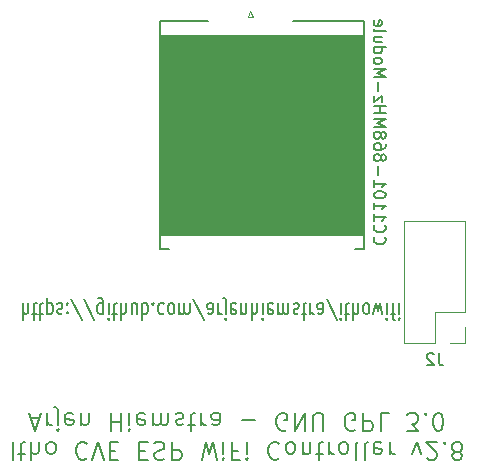
<source format=gbo>
G04 #@! TF.GenerationSoftware,KiCad,Pcbnew,(5.1.9-0-10_14)*
G04 #@! TF.CreationDate,2021-08-21T21:39:00+02:00*
G04 #@! TF.ProjectId,ithowifi_4l,6974686f-7769-4666-995f-346c2e6b6963,rev?*
G04 #@! TF.SameCoordinates,Original*
G04 #@! TF.FileFunction,Legend,Bot*
G04 #@! TF.FilePolarity,Positive*
%FSLAX46Y46*%
G04 Gerber Fmt 4.6, Leading zero omitted, Abs format (unit mm)*
G04 Created by KiCad (PCBNEW (5.1.9-0-10_14)) date 2021-08-21 21:39:00*
%MOMM*%
%LPD*%
G01*
G04 APERTURE LIST*
%ADD10C,0.100000*%
%ADD11C,0.200000*%
%ADD12C,0.150000*%
%ADD13C,0.120000*%
G04 APERTURE END LIST*
D10*
G36*
X114808000Y-129997200D02*
G01*
X97561400Y-129997200D01*
X97536000Y-113030000D01*
X114808000Y-113030000D01*
X114808000Y-129997200D01*
G37*
X114808000Y-129997200D02*
X97561400Y-129997200D01*
X97536000Y-113030000D01*
X114808000Y-113030000D01*
X114808000Y-129997200D01*
D11*
X85925428Y-135764666D02*
X85925428Y-137164666D01*
X86354000Y-135764666D02*
X86354000Y-136498000D01*
X86306380Y-136631333D01*
X86211142Y-136698000D01*
X86068285Y-136698000D01*
X85973047Y-136631333D01*
X85925428Y-136564666D01*
X86687333Y-136698000D02*
X87068285Y-136698000D01*
X86830190Y-137164666D02*
X86830190Y-135964666D01*
X86877809Y-135831333D01*
X86973047Y-135764666D01*
X87068285Y-135764666D01*
X87258761Y-136698000D02*
X87639714Y-136698000D01*
X87401619Y-137164666D02*
X87401619Y-135964666D01*
X87449238Y-135831333D01*
X87544476Y-135764666D01*
X87639714Y-135764666D01*
X87973047Y-136698000D02*
X87973047Y-135298000D01*
X87973047Y-136631333D02*
X88068285Y-136698000D01*
X88258761Y-136698000D01*
X88354000Y-136631333D01*
X88401619Y-136564666D01*
X88449238Y-136431333D01*
X88449238Y-136031333D01*
X88401619Y-135898000D01*
X88354000Y-135831333D01*
X88258761Y-135764666D01*
X88068285Y-135764666D01*
X87973047Y-135831333D01*
X88830190Y-135831333D02*
X88925428Y-135764666D01*
X89115904Y-135764666D01*
X89211142Y-135831333D01*
X89258761Y-135964666D01*
X89258761Y-136031333D01*
X89211142Y-136164666D01*
X89115904Y-136231333D01*
X88973047Y-136231333D01*
X88877809Y-136298000D01*
X88830190Y-136431333D01*
X88830190Y-136498000D01*
X88877809Y-136631333D01*
X88973047Y-136698000D01*
X89115904Y-136698000D01*
X89211142Y-136631333D01*
X89687333Y-135898000D02*
X89734952Y-135831333D01*
X89687333Y-135764666D01*
X89639714Y-135831333D01*
X89687333Y-135898000D01*
X89687333Y-135764666D01*
X89687333Y-136631333D02*
X89734952Y-136564666D01*
X89687333Y-136498000D01*
X89639714Y-136564666D01*
X89687333Y-136631333D01*
X89687333Y-136498000D01*
X90877809Y-137231333D02*
X90020666Y-135431333D01*
X91925428Y-137231333D02*
X91068285Y-135431333D01*
X92687333Y-136698000D02*
X92687333Y-135564666D01*
X92639714Y-135431333D01*
X92592095Y-135364666D01*
X92496857Y-135298000D01*
X92354000Y-135298000D01*
X92258761Y-135364666D01*
X92687333Y-135831333D02*
X92592095Y-135764666D01*
X92401619Y-135764666D01*
X92306380Y-135831333D01*
X92258761Y-135898000D01*
X92211142Y-136031333D01*
X92211142Y-136431333D01*
X92258761Y-136564666D01*
X92306380Y-136631333D01*
X92401619Y-136698000D01*
X92592095Y-136698000D01*
X92687333Y-136631333D01*
X93163523Y-135764666D02*
X93163523Y-136698000D01*
X93163523Y-137164666D02*
X93115904Y-137098000D01*
X93163523Y-137031333D01*
X93211142Y-137098000D01*
X93163523Y-137164666D01*
X93163523Y-137031333D01*
X93496857Y-136698000D02*
X93877809Y-136698000D01*
X93639714Y-137164666D02*
X93639714Y-135964666D01*
X93687333Y-135831333D01*
X93782571Y-135764666D01*
X93877809Y-135764666D01*
X94211142Y-135764666D02*
X94211142Y-137164666D01*
X94639714Y-135764666D02*
X94639714Y-136498000D01*
X94592095Y-136631333D01*
X94496857Y-136698000D01*
X94354000Y-136698000D01*
X94258761Y-136631333D01*
X94211142Y-136564666D01*
X95544476Y-136698000D02*
X95544476Y-135764666D01*
X95115904Y-136698000D02*
X95115904Y-135964666D01*
X95163523Y-135831333D01*
X95258761Y-135764666D01*
X95401619Y-135764666D01*
X95496857Y-135831333D01*
X95544476Y-135898000D01*
X96020666Y-135764666D02*
X96020666Y-137164666D01*
X96020666Y-136631333D02*
X96115904Y-136698000D01*
X96306380Y-136698000D01*
X96401619Y-136631333D01*
X96449238Y-136564666D01*
X96496857Y-136431333D01*
X96496857Y-136031333D01*
X96449238Y-135898000D01*
X96401619Y-135831333D01*
X96306380Y-135764666D01*
X96115904Y-135764666D01*
X96020666Y-135831333D01*
X96925428Y-135898000D02*
X96973047Y-135831333D01*
X96925428Y-135764666D01*
X96877809Y-135831333D01*
X96925428Y-135898000D01*
X96925428Y-135764666D01*
X97830190Y-135831333D02*
X97734952Y-135764666D01*
X97544476Y-135764666D01*
X97449238Y-135831333D01*
X97401619Y-135898000D01*
X97354000Y-136031333D01*
X97354000Y-136431333D01*
X97401619Y-136564666D01*
X97449238Y-136631333D01*
X97544476Y-136698000D01*
X97734952Y-136698000D01*
X97830190Y-136631333D01*
X98401619Y-135764666D02*
X98306380Y-135831333D01*
X98258761Y-135898000D01*
X98211142Y-136031333D01*
X98211142Y-136431333D01*
X98258761Y-136564666D01*
X98306380Y-136631333D01*
X98401619Y-136698000D01*
X98544476Y-136698000D01*
X98639714Y-136631333D01*
X98687333Y-136564666D01*
X98734952Y-136431333D01*
X98734952Y-136031333D01*
X98687333Y-135898000D01*
X98639714Y-135831333D01*
X98544476Y-135764666D01*
X98401619Y-135764666D01*
X99163523Y-135764666D02*
X99163523Y-136698000D01*
X99163523Y-136564666D02*
X99211142Y-136631333D01*
X99306380Y-136698000D01*
X99449238Y-136698000D01*
X99544476Y-136631333D01*
X99592095Y-136498000D01*
X99592095Y-135764666D01*
X99592095Y-136498000D02*
X99639714Y-136631333D01*
X99734952Y-136698000D01*
X99877809Y-136698000D01*
X99973047Y-136631333D01*
X100020666Y-136498000D01*
X100020666Y-135764666D01*
X101211142Y-137231333D02*
X100354000Y-135431333D01*
X101973047Y-135764666D02*
X101973047Y-136498000D01*
X101925428Y-136631333D01*
X101830190Y-136698000D01*
X101639714Y-136698000D01*
X101544476Y-136631333D01*
X101973047Y-135831333D02*
X101877809Y-135764666D01*
X101639714Y-135764666D01*
X101544476Y-135831333D01*
X101496857Y-135964666D01*
X101496857Y-136098000D01*
X101544476Y-136231333D01*
X101639714Y-136298000D01*
X101877809Y-136298000D01*
X101973047Y-136364666D01*
X102449238Y-135764666D02*
X102449238Y-136698000D01*
X102449238Y-136431333D02*
X102496857Y-136564666D01*
X102544476Y-136631333D01*
X102639714Y-136698000D01*
X102734952Y-136698000D01*
X103068285Y-136698000D02*
X103068285Y-135498000D01*
X103020666Y-135364666D01*
X102925428Y-135298000D01*
X102877809Y-135298000D01*
X103068285Y-137164666D02*
X103020666Y-137098000D01*
X103068285Y-137031333D01*
X103115904Y-137098000D01*
X103068285Y-137164666D01*
X103068285Y-137031333D01*
X103925428Y-135831333D02*
X103830190Y-135764666D01*
X103639714Y-135764666D01*
X103544476Y-135831333D01*
X103496857Y-135964666D01*
X103496857Y-136498000D01*
X103544476Y-136631333D01*
X103639714Y-136698000D01*
X103830190Y-136698000D01*
X103925428Y-136631333D01*
X103973047Y-136498000D01*
X103973047Y-136364666D01*
X103496857Y-136231333D01*
X104401619Y-136698000D02*
X104401619Y-135764666D01*
X104401619Y-136564666D02*
X104449238Y-136631333D01*
X104544476Y-136698000D01*
X104687333Y-136698000D01*
X104782571Y-136631333D01*
X104830190Y-136498000D01*
X104830190Y-135764666D01*
X105306380Y-135764666D02*
X105306380Y-137164666D01*
X105734952Y-135764666D02*
X105734952Y-136498000D01*
X105687333Y-136631333D01*
X105592095Y-136698000D01*
X105449238Y-136698000D01*
X105354000Y-136631333D01*
X105306380Y-136564666D01*
X106211142Y-135764666D02*
X106211142Y-136698000D01*
X106211142Y-137164666D02*
X106163523Y-137098000D01*
X106211142Y-137031333D01*
X106258761Y-137098000D01*
X106211142Y-137164666D01*
X106211142Y-137031333D01*
X107068285Y-135831333D02*
X106973047Y-135764666D01*
X106782571Y-135764666D01*
X106687333Y-135831333D01*
X106639714Y-135964666D01*
X106639714Y-136498000D01*
X106687333Y-136631333D01*
X106782571Y-136698000D01*
X106973047Y-136698000D01*
X107068285Y-136631333D01*
X107115904Y-136498000D01*
X107115904Y-136364666D01*
X106639714Y-136231333D01*
X107544476Y-135764666D02*
X107544476Y-136698000D01*
X107544476Y-136564666D02*
X107592095Y-136631333D01*
X107687333Y-136698000D01*
X107830190Y-136698000D01*
X107925428Y-136631333D01*
X107973047Y-136498000D01*
X107973047Y-135764666D01*
X107973047Y-136498000D02*
X108020666Y-136631333D01*
X108115904Y-136698000D01*
X108258761Y-136698000D01*
X108353999Y-136631333D01*
X108401619Y-136498000D01*
X108401619Y-135764666D01*
X108830190Y-135831333D02*
X108925428Y-135764666D01*
X109115904Y-135764666D01*
X109211142Y-135831333D01*
X109258761Y-135964666D01*
X109258761Y-136031333D01*
X109211142Y-136164666D01*
X109115904Y-136231333D01*
X108973047Y-136231333D01*
X108877809Y-136298000D01*
X108830190Y-136431333D01*
X108830190Y-136498000D01*
X108877809Y-136631333D01*
X108973047Y-136698000D01*
X109115904Y-136698000D01*
X109211142Y-136631333D01*
X109544476Y-136698000D02*
X109925428Y-136698000D01*
X109687333Y-137164666D02*
X109687333Y-135964666D01*
X109734952Y-135831333D01*
X109830190Y-135764666D01*
X109925428Y-135764666D01*
X110258761Y-135764666D02*
X110258761Y-136698000D01*
X110258761Y-136431333D02*
X110306380Y-136564666D01*
X110353999Y-136631333D01*
X110449238Y-136698000D01*
X110544476Y-136698000D01*
X111306380Y-135764666D02*
X111306380Y-136498000D01*
X111258761Y-136631333D01*
X111163523Y-136698000D01*
X110973047Y-136698000D01*
X110877809Y-136631333D01*
X111306380Y-135831333D02*
X111211142Y-135764666D01*
X110973047Y-135764666D01*
X110877809Y-135831333D01*
X110830190Y-135964666D01*
X110830190Y-136098000D01*
X110877809Y-136231333D01*
X110973047Y-136298000D01*
X111211142Y-136298000D01*
X111306380Y-136364666D01*
X112496857Y-137231333D02*
X111639714Y-135431333D01*
X112830190Y-135764666D02*
X112830190Y-136698000D01*
X112830190Y-137164666D02*
X112782571Y-137098000D01*
X112830190Y-137031333D01*
X112877809Y-137098000D01*
X112830190Y-137164666D01*
X112830190Y-137031333D01*
X113163523Y-136698000D02*
X113544476Y-136698000D01*
X113306380Y-137164666D02*
X113306380Y-135964666D01*
X113353999Y-135831333D01*
X113449238Y-135764666D01*
X113544476Y-135764666D01*
X113877809Y-135764666D02*
X113877809Y-137164666D01*
X114306380Y-135764666D02*
X114306380Y-136498000D01*
X114258761Y-136631333D01*
X114163523Y-136698000D01*
X114020666Y-136698000D01*
X113925428Y-136631333D01*
X113877809Y-136564666D01*
X114925428Y-135764666D02*
X114830190Y-135831333D01*
X114782571Y-135898000D01*
X114734952Y-136031333D01*
X114734952Y-136431333D01*
X114782571Y-136564666D01*
X114830190Y-136631333D01*
X114925428Y-136698000D01*
X115068285Y-136698000D01*
X115163523Y-136631333D01*
X115211142Y-136564666D01*
X115258761Y-136431333D01*
X115258761Y-136031333D01*
X115211142Y-135898000D01*
X115163523Y-135831333D01*
X115068285Y-135764666D01*
X114925428Y-135764666D01*
X115592095Y-136698000D02*
X115782571Y-135764666D01*
X115973047Y-136431333D01*
X116163523Y-135764666D01*
X116353999Y-136698000D01*
X116734952Y-135764666D02*
X116734952Y-136698000D01*
X116734952Y-137164666D02*
X116687333Y-137098000D01*
X116734952Y-137031333D01*
X116782571Y-137098000D01*
X116734952Y-137164666D01*
X116734952Y-137031333D01*
X117068285Y-136698000D02*
X117449238Y-136698000D01*
X117211142Y-135764666D02*
X117211142Y-136964666D01*
X117258761Y-137098000D01*
X117353999Y-137164666D01*
X117449238Y-137164666D01*
X117782571Y-135764666D02*
X117782571Y-136698000D01*
X117782571Y-137164666D02*
X117734952Y-137098000D01*
X117782571Y-137031333D01*
X117830190Y-137098000D01*
X117782571Y-137164666D01*
X117782571Y-137031333D01*
X85038400Y-147510828D02*
X85038400Y-149010828D01*
X85538400Y-148510828D02*
X86109828Y-148510828D01*
X85752685Y-149010828D02*
X85752685Y-147725114D01*
X85824114Y-147582257D01*
X85966971Y-147510828D01*
X86109828Y-147510828D01*
X86609828Y-147510828D02*
X86609828Y-149010828D01*
X87252685Y-147510828D02*
X87252685Y-148296542D01*
X87181257Y-148439400D01*
X87038400Y-148510828D01*
X86824114Y-148510828D01*
X86681257Y-148439400D01*
X86609828Y-148367971D01*
X88181257Y-147510828D02*
X88038400Y-147582257D01*
X87966971Y-147653685D01*
X87895542Y-147796542D01*
X87895542Y-148225114D01*
X87966971Y-148367971D01*
X88038400Y-148439400D01*
X88181257Y-148510828D01*
X88395542Y-148510828D01*
X88538400Y-148439400D01*
X88609828Y-148367971D01*
X88681257Y-148225114D01*
X88681257Y-147796542D01*
X88609828Y-147653685D01*
X88538400Y-147582257D01*
X88395542Y-147510828D01*
X88181257Y-147510828D01*
X91324114Y-147653685D02*
X91252685Y-147582257D01*
X91038400Y-147510828D01*
X90895542Y-147510828D01*
X90681257Y-147582257D01*
X90538400Y-147725114D01*
X90466971Y-147867971D01*
X90395542Y-148153685D01*
X90395542Y-148367971D01*
X90466971Y-148653685D01*
X90538400Y-148796542D01*
X90681257Y-148939400D01*
X90895542Y-149010828D01*
X91038400Y-149010828D01*
X91252685Y-148939400D01*
X91324114Y-148867971D01*
X91752685Y-149010828D02*
X92252685Y-147510828D01*
X92752685Y-149010828D01*
X93252685Y-148296542D02*
X93752685Y-148296542D01*
X93966971Y-147510828D02*
X93252685Y-147510828D01*
X93252685Y-149010828D01*
X93966971Y-149010828D01*
X95752685Y-148296542D02*
X96252685Y-148296542D01*
X96466971Y-147510828D02*
X95752685Y-147510828D01*
X95752685Y-149010828D01*
X96466971Y-149010828D01*
X97038400Y-147582257D02*
X97252685Y-147510828D01*
X97609828Y-147510828D01*
X97752685Y-147582257D01*
X97824114Y-147653685D01*
X97895542Y-147796542D01*
X97895542Y-147939400D01*
X97824114Y-148082257D01*
X97752685Y-148153685D01*
X97609828Y-148225114D01*
X97324114Y-148296542D01*
X97181257Y-148367971D01*
X97109828Y-148439400D01*
X97038400Y-148582257D01*
X97038400Y-148725114D01*
X97109828Y-148867971D01*
X97181257Y-148939400D01*
X97324114Y-149010828D01*
X97681257Y-149010828D01*
X97895542Y-148939400D01*
X98538400Y-147510828D02*
X98538400Y-149010828D01*
X99109828Y-149010828D01*
X99252685Y-148939400D01*
X99324114Y-148867971D01*
X99395542Y-148725114D01*
X99395542Y-148510828D01*
X99324114Y-148367971D01*
X99252685Y-148296542D01*
X99109828Y-148225114D01*
X98538400Y-148225114D01*
X101038400Y-149010828D02*
X101395542Y-147510828D01*
X101681257Y-148582257D01*
X101966971Y-147510828D01*
X102324114Y-149010828D01*
X102895542Y-147510828D02*
X102895542Y-148510828D01*
X102895542Y-149010828D02*
X102824114Y-148939400D01*
X102895542Y-148867971D01*
X102966971Y-148939400D01*
X102895542Y-149010828D01*
X102895542Y-148867971D01*
X104109828Y-148296542D02*
X103609828Y-148296542D01*
X103609828Y-147510828D02*
X103609828Y-149010828D01*
X104324114Y-149010828D01*
X104895542Y-147510828D02*
X104895542Y-148510828D01*
X104895542Y-149010828D02*
X104824114Y-148939400D01*
X104895542Y-148867971D01*
X104966971Y-148939400D01*
X104895542Y-149010828D01*
X104895542Y-148867971D01*
X107609828Y-147653685D02*
X107538400Y-147582257D01*
X107324114Y-147510828D01*
X107181257Y-147510828D01*
X106966971Y-147582257D01*
X106824114Y-147725114D01*
X106752685Y-147867971D01*
X106681257Y-148153685D01*
X106681257Y-148367971D01*
X106752685Y-148653685D01*
X106824114Y-148796542D01*
X106966971Y-148939400D01*
X107181257Y-149010828D01*
X107324114Y-149010828D01*
X107538400Y-148939400D01*
X107609828Y-148867971D01*
X108466971Y-147510828D02*
X108324114Y-147582257D01*
X108252685Y-147653685D01*
X108181257Y-147796542D01*
X108181257Y-148225114D01*
X108252685Y-148367971D01*
X108324114Y-148439400D01*
X108466971Y-148510828D01*
X108681257Y-148510828D01*
X108824114Y-148439400D01*
X108895542Y-148367971D01*
X108966971Y-148225114D01*
X108966971Y-147796542D01*
X108895542Y-147653685D01*
X108824114Y-147582257D01*
X108681257Y-147510828D01*
X108466971Y-147510828D01*
X109609828Y-148510828D02*
X109609828Y-147510828D01*
X109609828Y-148367971D02*
X109681257Y-148439400D01*
X109824114Y-148510828D01*
X110038400Y-148510828D01*
X110181257Y-148439400D01*
X110252685Y-148296542D01*
X110252685Y-147510828D01*
X110752685Y-148510828D02*
X111324114Y-148510828D01*
X110966971Y-149010828D02*
X110966971Y-147725114D01*
X111038400Y-147582257D01*
X111181257Y-147510828D01*
X111324114Y-147510828D01*
X111824114Y-147510828D02*
X111824114Y-148510828D01*
X111824114Y-148225114D02*
X111895542Y-148367971D01*
X111966971Y-148439400D01*
X112109828Y-148510828D01*
X112252685Y-148510828D01*
X112966971Y-147510828D02*
X112824114Y-147582257D01*
X112752685Y-147653685D01*
X112681257Y-147796542D01*
X112681257Y-148225114D01*
X112752685Y-148367971D01*
X112824114Y-148439400D01*
X112966971Y-148510828D01*
X113181257Y-148510828D01*
X113324114Y-148439400D01*
X113395542Y-148367971D01*
X113466971Y-148225114D01*
X113466971Y-147796542D01*
X113395542Y-147653685D01*
X113324114Y-147582257D01*
X113181257Y-147510828D01*
X112966971Y-147510828D01*
X114324114Y-147510828D02*
X114181257Y-147582257D01*
X114109828Y-147725114D01*
X114109828Y-149010828D01*
X115109828Y-147510828D02*
X114966971Y-147582257D01*
X114895542Y-147725114D01*
X114895542Y-149010828D01*
X116252685Y-147582257D02*
X116109828Y-147510828D01*
X115824114Y-147510828D01*
X115681257Y-147582257D01*
X115609828Y-147725114D01*
X115609828Y-148296542D01*
X115681257Y-148439400D01*
X115824114Y-148510828D01*
X116109828Y-148510828D01*
X116252685Y-148439400D01*
X116324114Y-148296542D01*
X116324114Y-148153685D01*
X115609828Y-148010828D01*
X116966971Y-147510828D02*
X116966971Y-148510828D01*
X116966971Y-148225114D02*
X117038400Y-148367971D01*
X117109828Y-148439400D01*
X117252685Y-148510828D01*
X117395542Y-148510828D01*
X118895542Y-148510828D02*
X119252685Y-147510828D01*
X119609828Y-148510828D01*
X120109828Y-148867971D02*
X120181257Y-148939400D01*
X120324114Y-149010828D01*
X120681257Y-149010828D01*
X120824114Y-148939400D01*
X120895542Y-148867971D01*
X120966971Y-148725114D01*
X120966971Y-148582257D01*
X120895542Y-148367971D01*
X120038400Y-147510828D01*
X120966971Y-147510828D01*
X121609828Y-147653685D02*
X121681257Y-147582257D01*
X121609828Y-147510828D01*
X121538400Y-147582257D01*
X121609828Y-147653685D01*
X121609828Y-147510828D01*
X122538400Y-148367971D02*
X122395542Y-148439400D01*
X122324114Y-148510828D01*
X122252685Y-148653685D01*
X122252685Y-148725114D01*
X122324114Y-148867971D01*
X122395542Y-148939400D01*
X122538400Y-149010828D01*
X122824114Y-149010828D01*
X122966971Y-148939400D01*
X123038400Y-148867971D01*
X123109828Y-148725114D01*
X123109828Y-148653685D01*
X123038400Y-148510828D01*
X122966971Y-148439400D01*
X122824114Y-148367971D01*
X122538400Y-148367971D01*
X122395542Y-148296542D01*
X122324114Y-148225114D01*
X122252685Y-148082257D01*
X122252685Y-147796542D01*
X122324114Y-147653685D01*
X122395542Y-147582257D01*
X122538400Y-147510828D01*
X122824114Y-147510828D01*
X122966971Y-147582257D01*
X123038400Y-147653685D01*
X123109828Y-147796542D01*
X123109828Y-148082257D01*
X123038400Y-148225114D01*
X122966971Y-148296542D01*
X122824114Y-148367971D01*
X86574114Y-145489400D02*
X87288400Y-145489400D01*
X86431257Y-145060828D02*
X86931257Y-146560828D01*
X87431257Y-145060828D01*
X87931257Y-145060828D02*
X87931257Y-146060828D01*
X87931257Y-145775114D02*
X88002685Y-145917971D01*
X88074114Y-145989400D01*
X88216971Y-146060828D01*
X88359828Y-146060828D01*
X88859828Y-146060828D02*
X88859828Y-144775114D01*
X88788400Y-144632257D01*
X88645542Y-144560828D01*
X88574114Y-144560828D01*
X88859828Y-146560828D02*
X88788400Y-146489400D01*
X88859828Y-146417971D01*
X88931257Y-146489400D01*
X88859828Y-146560828D01*
X88859828Y-146417971D01*
X90145542Y-145132257D02*
X90002685Y-145060828D01*
X89716971Y-145060828D01*
X89574114Y-145132257D01*
X89502685Y-145275114D01*
X89502685Y-145846542D01*
X89574114Y-145989400D01*
X89716971Y-146060828D01*
X90002685Y-146060828D01*
X90145542Y-145989400D01*
X90216971Y-145846542D01*
X90216971Y-145703685D01*
X89502685Y-145560828D01*
X90859828Y-146060828D02*
X90859828Y-145060828D01*
X90859828Y-145917971D02*
X90931257Y-145989400D01*
X91074114Y-146060828D01*
X91288400Y-146060828D01*
X91431257Y-145989400D01*
X91502685Y-145846542D01*
X91502685Y-145060828D01*
X93359828Y-145060828D02*
X93359828Y-146560828D01*
X93359828Y-145846542D02*
X94216971Y-145846542D01*
X94216971Y-145060828D02*
X94216971Y-146560828D01*
X94931257Y-145060828D02*
X94931257Y-146060828D01*
X94931257Y-146560828D02*
X94859828Y-146489400D01*
X94931257Y-146417971D01*
X95002685Y-146489400D01*
X94931257Y-146560828D01*
X94931257Y-146417971D01*
X96216971Y-145132257D02*
X96074114Y-145060828D01*
X95788400Y-145060828D01*
X95645542Y-145132257D01*
X95574114Y-145275114D01*
X95574114Y-145846542D01*
X95645542Y-145989400D01*
X95788400Y-146060828D01*
X96074114Y-146060828D01*
X96216971Y-145989400D01*
X96288400Y-145846542D01*
X96288400Y-145703685D01*
X95574114Y-145560828D01*
X96931257Y-145060828D02*
X96931257Y-146060828D01*
X96931257Y-145917971D02*
X97002685Y-145989400D01*
X97145542Y-146060828D01*
X97359828Y-146060828D01*
X97502685Y-145989400D01*
X97574114Y-145846542D01*
X97574114Y-145060828D01*
X97574114Y-145846542D02*
X97645542Y-145989400D01*
X97788400Y-146060828D01*
X98002685Y-146060828D01*
X98145542Y-145989400D01*
X98216971Y-145846542D01*
X98216971Y-145060828D01*
X98859828Y-145132257D02*
X99002685Y-145060828D01*
X99288400Y-145060828D01*
X99431257Y-145132257D01*
X99502685Y-145275114D01*
X99502685Y-145346542D01*
X99431257Y-145489400D01*
X99288400Y-145560828D01*
X99074114Y-145560828D01*
X98931257Y-145632257D01*
X98859828Y-145775114D01*
X98859828Y-145846542D01*
X98931257Y-145989400D01*
X99074114Y-146060828D01*
X99288400Y-146060828D01*
X99431257Y-145989400D01*
X99931257Y-146060828D02*
X100502685Y-146060828D01*
X100145542Y-146560828D02*
X100145542Y-145275114D01*
X100216971Y-145132257D01*
X100359828Y-145060828D01*
X100502685Y-145060828D01*
X101002685Y-145060828D02*
X101002685Y-146060828D01*
X101002685Y-145775114D02*
X101074114Y-145917971D01*
X101145542Y-145989400D01*
X101288400Y-146060828D01*
X101431257Y-146060828D01*
X102574114Y-145060828D02*
X102574114Y-145846542D01*
X102502685Y-145989400D01*
X102359828Y-146060828D01*
X102074114Y-146060828D01*
X101931257Y-145989400D01*
X102574114Y-145132257D02*
X102431257Y-145060828D01*
X102074114Y-145060828D01*
X101931257Y-145132257D01*
X101859828Y-145275114D01*
X101859828Y-145417971D01*
X101931257Y-145560828D01*
X102074114Y-145632257D01*
X102431257Y-145632257D01*
X102574114Y-145703685D01*
X104431257Y-145632257D02*
X105574114Y-145632257D01*
X108216971Y-146489400D02*
X108074114Y-146560828D01*
X107859828Y-146560828D01*
X107645542Y-146489400D01*
X107502685Y-146346542D01*
X107431257Y-146203685D01*
X107359828Y-145917971D01*
X107359828Y-145703685D01*
X107431257Y-145417971D01*
X107502685Y-145275114D01*
X107645542Y-145132257D01*
X107859828Y-145060828D01*
X108002685Y-145060828D01*
X108216971Y-145132257D01*
X108288400Y-145203685D01*
X108288400Y-145703685D01*
X108002685Y-145703685D01*
X108931257Y-145060828D02*
X108931257Y-146560828D01*
X109788400Y-145060828D01*
X109788400Y-146560828D01*
X110502685Y-146560828D02*
X110502685Y-145346542D01*
X110574114Y-145203685D01*
X110645542Y-145132257D01*
X110788400Y-145060828D01*
X111074114Y-145060828D01*
X111216971Y-145132257D01*
X111288400Y-145203685D01*
X111359828Y-145346542D01*
X111359828Y-146560828D01*
X114002685Y-146489400D02*
X113859828Y-146560828D01*
X113645542Y-146560828D01*
X113431257Y-146489400D01*
X113288400Y-146346542D01*
X113216971Y-146203685D01*
X113145542Y-145917971D01*
X113145542Y-145703685D01*
X113216971Y-145417971D01*
X113288400Y-145275114D01*
X113431257Y-145132257D01*
X113645542Y-145060828D01*
X113788400Y-145060828D01*
X114002685Y-145132257D01*
X114074114Y-145203685D01*
X114074114Y-145703685D01*
X113788400Y-145703685D01*
X114716971Y-145060828D02*
X114716971Y-146560828D01*
X115288400Y-146560828D01*
X115431257Y-146489400D01*
X115502685Y-146417971D01*
X115574114Y-146275114D01*
X115574114Y-146060828D01*
X115502685Y-145917971D01*
X115431257Y-145846542D01*
X115288400Y-145775114D01*
X114716971Y-145775114D01*
X116931257Y-145060828D02*
X116216971Y-145060828D01*
X116216971Y-146560828D01*
X118431257Y-146560828D02*
X119359828Y-146560828D01*
X118859828Y-145989400D01*
X119074114Y-145989400D01*
X119216971Y-145917971D01*
X119288400Y-145846542D01*
X119359828Y-145703685D01*
X119359828Y-145346542D01*
X119288400Y-145203685D01*
X119216971Y-145132257D01*
X119074114Y-145060828D01*
X118645542Y-145060828D01*
X118502685Y-145132257D01*
X118431257Y-145203685D01*
X120002685Y-145203685D02*
X120074114Y-145132257D01*
X120002685Y-145060828D01*
X119931257Y-145132257D01*
X120002685Y-145203685D01*
X120002685Y-145060828D01*
X121002685Y-146560828D02*
X121145542Y-146560828D01*
X121288400Y-146489400D01*
X121359828Y-146417971D01*
X121431257Y-146275114D01*
X121502685Y-145989400D01*
X121502685Y-145632257D01*
X121431257Y-145346542D01*
X121359828Y-145203685D01*
X121288400Y-145132257D01*
X121145542Y-145060828D01*
X121002685Y-145060828D01*
X120859828Y-145132257D01*
X120788400Y-145203685D01*
X120716971Y-145346542D01*
X120645542Y-145632257D01*
X120645542Y-145989400D01*
X120716971Y-146275114D01*
X120788400Y-146417971D01*
X120859828Y-146489400D01*
X121002685Y-146560828D01*
D12*
X114822000Y-131189000D02*
X114822000Y-111889000D01*
X114822000Y-111889000D02*
X108797000Y-111889000D01*
X101547000Y-111889000D02*
X97522000Y-111889000D01*
X97522000Y-111889000D02*
X97522000Y-131189000D01*
X97522000Y-131189000D02*
X98272000Y-131189000D01*
X114072000Y-131189000D02*
X114822000Y-131189000D01*
D13*
X104931400Y-111558400D02*
X105181400Y-111058400D01*
X105431400Y-111558400D02*
X104931400Y-111558400D01*
X105181400Y-111058400D02*
X105431400Y-111558400D01*
X118177000Y-139125000D02*
X120777000Y-139125000D01*
X118177000Y-139125000D02*
X118177000Y-128845000D01*
X118177000Y-128845000D02*
X123377000Y-128845000D01*
X123377000Y-136525000D02*
X123377000Y-128845000D01*
X120777000Y-136525000D02*
X123377000Y-136525000D01*
X120777000Y-139125000D02*
X120777000Y-136525000D01*
X123377000Y-139125000D02*
X123377000Y-137795000D01*
X122047000Y-139125000D02*
X123377000Y-139125000D01*
D12*
X115720857Y-130165952D02*
X115673238Y-130213571D01*
X115625619Y-130356428D01*
X115625619Y-130451666D01*
X115673238Y-130594523D01*
X115768476Y-130689761D01*
X115863714Y-130737380D01*
X116054190Y-130785000D01*
X116197047Y-130785000D01*
X116387523Y-130737380D01*
X116482761Y-130689761D01*
X116578000Y-130594523D01*
X116625619Y-130451666D01*
X116625619Y-130356428D01*
X116578000Y-130213571D01*
X116530380Y-130165952D01*
X115720857Y-129165952D02*
X115673238Y-129213571D01*
X115625619Y-129356428D01*
X115625619Y-129451666D01*
X115673238Y-129594523D01*
X115768476Y-129689761D01*
X115863714Y-129737380D01*
X116054190Y-129785000D01*
X116197047Y-129785000D01*
X116387523Y-129737380D01*
X116482761Y-129689761D01*
X116578000Y-129594523D01*
X116625619Y-129451666D01*
X116625619Y-129356428D01*
X116578000Y-129213571D01*
X116530380Y-129165952D01*
X115625619Y-128213571D02*
X115625619Y-128785000D01*
X115625619Y-128499285D02*
X116625619Y-128499285D01*
X116482761Y-128594523D01*
X116387523Y-128689761D01*
X116339904Y-128785000D01*
X115625619Y-127261190D02*
X115625619Y-127832619D01*
X115625619Y-127546904D02*
X116625619Y-127546904D01*
X116482761Y-127642142D01*
X116387523Y-127737380D01*
X116339904Y-127832619D01*
X116625619Y-126642142D02*
X116625619Y-126546904D01*
X116578000Y-126451666D01*
X116530380Y-126404047D01*
X116435142Y-126356428D01*
X116244666Y-126308809D01*
X116006571Y-126308809D01*
X115816095Y-126356428D01*
X115720857Y-126404047D01*
X115673238Y-126451666D01*
X115625619Y-126546904D01*
X115625619Y-126642142D01*
X115673238Y-126737380D01*
X115720857Y-126785000D01*
X115816095Y-126832619D01*
X116006571Y-126880238D01*
X116244666Y-126880238D01*
X116435142Y-126832619D01*
X116530380Y-126785000D01*
X116578000Y-126737380D01*
X116625619Y-126642142D01*
X115625619Y-125356428D02*
X115625619Y-125927857D01*
X115625619Y-125642142D02*
X116625619Y-125642142D01*
X116482761Y-125737380D01*
X116387523Y-125832619D01*
X116339904Y-125927857D01*
X116006571Y-124927857D02*
X116006571Y-124165952D01*
X116197047Y-123546904D02*
X116244666Y-123642142D01*
X116292285Y-123689761D01*
X116387523Y-123737380D01*
X116435142Y-123737380D01*
X116530380Y-123689761D01*
X116578000Y-123642142D01*
X116625619Y-123546904D01*
X116625619Y-123356428D01*
X116578000Y-123261190D01*
X116530380Y-123213571D01*
X116435142Y-123165952D01*
X116387523Y-123165952D01*
X116292285Y-123213571D01*
X116244666Y-123261190D01*
X116197047Y-123356428D01*
X116197047Y-123546904D01*
X116149428Y-123642142D01*
X116101809Y-123689761D01*
X116006571Y-123737380D01*
X115816095Y-123737380D01*
X115720857Y-123689761D01*
X115673238Y-123642142D01*
X115625619Y-123546904D01*
X115625619Y-123356428D01*
X115673238Y-123261190D01*
X115720857Y-123213571D01*
X115816095Y-123165952D01*
X116006571Y-123165952D01*
X116101809Y-123213571D01*
X116149428Y-123261190D01*
X116197047Y-123356428D01*
X116625619Y-122308809D02*
X116625619Y-122499285D01*
X116578000Y-122594523D01*
X116530380Y-122642142D01*
X116387523Y-122737380D01*
X116197047Y-122785000D01*
X115816095Y-122785000D01*
X115720857Y-122737380D01*
X115673238Y-122689761D01*
X115625619Y-122594523D01*
X115625619Y-122404047D01*
X115673238Y-122308809D01*
X115720857Y-122261190D01*
X115816095Y-122213571D01*
X116054190Y-122213571D01*
X116149428Y-122261190D01*
X116197047Y-122308809D01*
X116244666Y-122404047D01*
X116244666Y-122594523D01*
X116197047Y-122689761D01*
X116149428Y-122737380D01*
X116054190Y-122785000D01*
X116197047Y-121642142D02*
X116244666Y-121737380D01*
X116292285Y-121785000D01*
X116387523Y-121832619D01*
X116435142Y-121832619D01*
X116530380Y-121785000D01*
X116578000Y-121737380D01*
X116625619Y-121642142D01*
X116625619Y-121451666D01*
X116578000Y-121356428D01*
X116530380Y-121308809D01*
X116435142Y-121261190D01*
X116387523Y-121261190D01*
X116292285Y-121308809D01*
X116244666Y-121356428D01*
X116197047Y-121451666D01*
X116197047Y-121642142D01*
X116149428Y-121737380D01*
X116101809Y-121785000D01*
X116006571Y-121832619D01*
X115816095Y-121832619D01*
X115720857Y-121785000D01*
X115673238Y-121737380D01*
X115625619Y-121642142D01*
X115625619Y-121451666D01*
X115673238Y-121356428D01*
X115720857Y-121308809D01*
X115816095Y-121261190D01*
X116006571Y-121261190D01*
X116101809Y-121308809D01*
X116149428Y-121356428D01*
X116197047Y-121451666D01*
X115625619Y-120832619D02*
X116625619Y-120832619D01*
X115911333Y-120499285D01*
X116625619Y-120165952D01*
X115625619Y-120165952D01*
X115625619Y-119689761D02*
X116625619Y-119689761D01*
X116149428Y-119689761D02*
X116149428Y-119118333D01*
X115625619Y-119118333D02*
X116625619Y-119118333D01*
X116292285Y-118737380D02*
X116292285Y-118213571D01*
X115625619Y-118737380D01*
X115625619Y-118213571D01*
X116006571Y-117832619D02*
X116006571Y-117070714D01*
X115625619Y-116594523D02*
X116625619Y-116594523D01*
X115911333Y-116261190D01*
X116625619Y-115927857D01*
X115625619Y-115927857D01*
X115625619Y-115308809D02*
X115673238Y-115404047D01*
X115720857Y-115451666D01*
X115816095Y-115499285D01*
X116101809Y-115499285D01*
X116197047Y-115451666D01*
X116244666Y-115404047D01*
X116292285Y-115308809D01*
X116292285Y-115165952D01*
X116244666Y-115070714D01*
X116197047Y-115023095D01*
X116101809Y-114975476D01*
X115816095Y-114975476D01*
X115720857Y-115023095D01*
X115673238Y-115070714D01*
X115625619Y-115165952D01*
X115625619Y-115308809D01*
X115625619Y-114118333D02*
X116625619Y-114118333D01*
X115673238Y-114118333D02*
X115625619Y-114213571D01*
X115625619Y-114404047D01*
X115673238Y-114499285D01*
X115720857Y-114546904D01*
X115816095Y-114594523D01*
X116101809Y-114594523D01*
X116197047Y-114546904D01*
X116244666Y-114499285D01*
X116292285Y-114404047D01*
X116292285Y-114213571D01*
X116244666Y-114118333D01*
X116292285Y-113213571D02*
X115625619Y-113213571D01*
X116292285Y-113642142D02*
X115768476Y-113642142D01*
X115673238Y-113594523D01*
X115625619Y-113499285D01*
X115625619Y-113356428D01*
X115673238Y-113261190D01*
X115720857Y-113213571D01*
X115625619Y-112594523D02*
X115673238Y-112689761D01*
X115768476Y-112737380D01*
X116625619Y-112737380D01*
X115673238Y-111832619D02*
X115625619Y-111927857D01*
X115625619Y-112118333D01*
X115673238Y-112213571D01*
X115768476Y-112261190D01*
X116149428Y-112261190D01*
X116244666Y-112213571D01*
X116292285Y-112118333D01*
X116292285Y-111927857D01*
X116244666Y-111832619D01*
X116149428Y-111785000D01*
X116054190Y-111785000D01*
X115958952Y-112261190D01*
X121110333Y-140017380D02*
X121110333Y-140731666D01*
X121157952Y-140874523D01*
X121253190Y-140969761D01*
X121396047Y-141017380D01*
X121491285Y-141017380D01*
X120681761Y-140112619D02*
X120634142Y-140065000D01*
X120538904Y-140017380D01*
X120300809Y-140017380D01*
X120205571Y-140065000D01*
X120157952Y-140112619D01*
X120110333Y-140207857D01*
X120110333Y-140303095D01*
X120157952Y-140445952D01*
X120729380Y-141017380D01*
X120110333Y-141017380D01*
M02*

</source>
